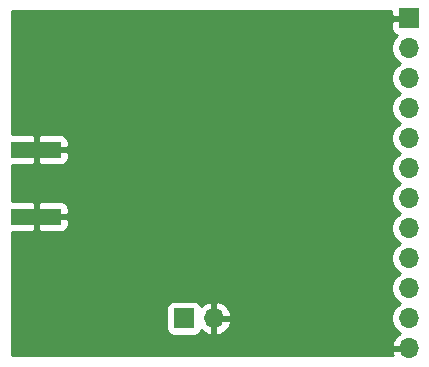
<source format=gbr>
G04 #@! TF.GenerationSoftware,KiCad,Pcbnew,(5.1.5)-3*
G04 #@! TF.CreationDate,2020-06-27T17:11:00-04:00*
G04 #@! TF.ProjectId,BreakoutSI4463PRORev2,42726561-6b6f-4757-9453-493434363350,rev?*
G04 #@! TF.SameCoordinates,Original*
G04 #@! TF.FileFunction,Copper,L2,Bot*
G04 #@! TF.FilePolarity,Positive*
%FSLAX46Y46*%
G04 Gerber Fmt 4.6, Leading zero omitted, Abs format (unit mm)*
G04 Created by KiCad (PCBNEW (5.1.5)-3) date 2020-06-27 17:11:00*
%MOMM*%
%LPD*%
G04 APERTURE LIST*
%ADD10O,1.700000X1.700000*%
%ADD11R,1.700000X1.700000*%
%ADD12R,4.200000X1.350000*%
%ADD13C,0.800000*%
%ADD14C,0.254000*%
G04 APERTURE END LIST*
D10*
X130810000Y-116840000D03*
D11*
X128270000Y-116840000D03*
D10*
X147320000Y-119380000D03*
X147320000Y-116840000D03*
X147320000Y-114300000D03*
X147320000Y-111760000D03*
X147320000Y-109220000D03*
X147320000Y-106680000D03*
X147320000Y-104140000D03*
X147320000Y-101600000D03*
X147320000Y-99060000D03*
X147320000Y-96520000D03*
X147320000Y-93980000D03*
D11*
X147320000Y-91440000D03*
D12*
X115770000Y-102585000D03*
X115770000Y-108235000D03*
D13*
X115570000Y-100330000D03*
X115570000Y-110490000D03*
X123190000Y-110490000D03*
D14*
G36*
X145835000Y-91154250D02*
G01*
X145993750Y-91313000D01*
X147193000Y-91313000D01*
X147193000Y-91293000D01*
X147447000Y-91293000D01*
X147447000Y-91313000D01*
X147467000Y-91313000D01*
X147467000Y-91567000D01*
X147447000Y-91567000D01*
X147447000Y-91587000D01*
X147193000Y-91587000D01*
X147193000Y-91567000D01*
X145993750Y-91567000D01*
X145835000Y-91725750D01*
X145831928Y-92290000D01*
X145844188Y-92414482D01*
X145880498Y-92534180D01*
X145939463Y-92644494D01*
X146018815Y-92741185D01*
X146115506Y-92820537D01*
X146225820Y-92879502D01*
X146298380Y-92901513D01*
X146166525Y-93033368D01*
X146004010Y-93276589D01*
X145892068Y-93546842D01*
X145835000Y-93833740D01*
X145835000Y-94126260D01*
X145892068Y-94413158D01*
X146004010Y-94683411D01*
X146166525Y-94926632D01*
X146373368Y-95133475D01*
X146547760Y-95250000D01*
X146373368Y-95366525D01*
X146166525Y-95573368D01*
X146004010Y-95816589D01*
X145892068Y-96086842D01*
X145835000Y-96373740D01*
X145835000Y-96666260D01*
X145892068Y-96953158D01*
X146004010Y-97223411D01*
X146166525Y-97466632D01*
X146373368Y-97673475D01*
X146547760Y-97790000D01*
X146373368Y-97906525D01*
X146166525Y-98113368D01*
X146004010Y-98356589D01*
X145892068Y-98626842D01*
X145835000Y-98913740D01*
X145835000Y-99206260D01*
X145892068Y-99493158D01*
X146004010Y-99763411D01*
X146166525Y-100006632D01*
X146373368Y-100213475D01*
X146547760Y-100330000D01*
X146373368Y-100446525D01*
X146166525Y-100653368D01*
X146004010Y-100896589D01*
X145892068Y-101166842D01*
X145835000Y-101453740D01*
X145835000Y-101746260D01*
X145892068Y-102033158D01*
X146004010Y-102303411D01*
X146166525Y-102546632D01*
X146373368Y-102753475D01*
X146547760Y-102870000D01*
X146373368Y-102986525D01*
X146166525Y-103193368D01*
X146004010Y-103436589D01*
X145892068Y-103706842D01*
X145835000Y-103993740D01*
X145835000Y-104286260D01*
X145892068Y-104573158D01*
X146004010Y-104843411D01*
X146166525Y-105086632D01*
X146373368Y-105293475D01*
X146547760Y-105410000D01*
X146373368Y-105526525D01*
X146166525Y-105733368D01*
X146004010Y-105976589D01*
X145892068Y-106246842D01*
X145835000Y-106533740D01*
X145835000Y-106826260D01*
X145892068Y-107113158D01*
X146004010Y-107383411D01*
X146166525Y-107626632D01*
X146373368Y-107833475D01*
X146547760Y-107950000D01*
X146373368Y-108066525D01*
X146166525Y-108273368D01*
X146004010Y-108516589D01*
X145892068Y-108786842D01*
X145835000Y-109073740D01*
X145835000Y-109366260D01*
X145892068Y-109653158D01*
X146004010Y-109923411D01*
X146166525Y-110166632D01*
X146373368Y-110373475D01*
X146547760Y-110490000D01*
X146373368Y-110606525D01*
X146166525Y-110813368D01*
X146004010Y-111056589D01*
X145892068Y-111326842D01*
X145835000Y-111613740D01*
X145835000Y-111906260D01*
X145892068Y-112193158D01*
X146004010Y-112463411D01*
X146166525Y-112706632D01*
X146373368Y-112913475D01*
X146547760Y-113030000D01*
X146373368Y-113146525D01*
X146166525Y-113353368D01*
X146004010Y-113596589D01*
X145892068Y-113866842D01*
X145835000Y-114153740D01*
X145835000Y-114446260D01*
X145892068Y-114733158D01*
X146004010Y-115003411D01*
X146166525Y-115246632D01*
X146373368Y-115453475D01*
X146547760Y-115570000D01*
X146373368Y-115686525D01*
X146166525Y-115893368D01*
X146004010Y-116136589D01*
X145892068Y-116406842D01*
X145835000Y-116693740D01*
X145835000Y-116986260D01*
X145892068Y-117273158D01*
X146004010Y-117543411D01*
X146166525Y-117786632D01*
X146373368Y-117993475D01*
X146555534Y-118115195D01*
X146438645Y-118184822D01*
X146222412Y-118379731D01*
X146048359Y-118613080D01*
X145923175Y-118875901D01*
X145878524Y-119023110D01*
X145999845Y-119253000D01*
X147193000Y-119253000D01*
X147193000Y-119233000D01*
X147447000Y-119233000D01*
X147447000Y-119253000D01*
X147467000Y-119253000D01*
X147467000Y-119507000D01*
X147447000Y-119507000D01*
X147447000Y-119527000D01*
X147193000Y-119527000D01*
X147193000Y-119507000D01*
X145999845Y-119507000D01*
X145878524Y-119736890D01*
X145923175Y-119884099D01*
X145973617Y-119990000D01*
X113690000Y-119990000D01*
X113690000Y-115990000D01*
X126781928Y-115990000D01*
X126781928Y-117690000D01*
X126794188Y-117814482D01*
X126830498Y-117934180D01*
X126889463Y-118044494D01*
X126968815Y-118141185D01*
X127065506Y-118220537D01*
X127175820Y-118279502D01*
X127295518Y-118315812D01*
X127420000Y-118328072D01*
X129120000Y-118328072D01*
X129244482Y-118315812D01*
X129364180Y-118279502D01*
X129474494Y-118220537D01*
X129571185Y-118141185D01*
X129650537Y-118044494D01*
X129709502Y-117934180D01*
X129733966Y-117853534D01*
X129809731Y-117937588D01*
X130043080Y-118111641D01*
X130305901Y-118236825D01*
X130453110Y-118281476D01*
X130683000Y-118160155D01*
X130683000Y-116967000D01*
X130937000Y-116967000D01*
X130937000Y-118160155D01*
X131166890Y-118281476D01*
X131314099Y-118236825D01*
X131576920Y-118111641D01*
X131810269Y-117937588D01*
X132005178Y-117721355D01*
X132154157Y-117471252D01*
X132251481Y-117196891D01*
X132130814Y-116967000D01*
X130937000Y-116967000D01*
X130683000Y-116967000D01*
X130663000Y-116967000D01*
X130663000Y-116713000D01*
X130683000Y-116713000D01*
X130683000Y-115519845D01*
X130937000Y-115519845D01*
X130937000Y-116713000D01*
X132130814Y-116713000D01*
X132251481Y-116483109D01*
X132154157Y-116208748D01*
X132005178Y-115958645D01*
X131810269Y-115742412D01*
X131576920Y-115568359D01*
X131314099Y-115443175D01*
X131166890Y-115398524D01*
X130937000Y-115519845D01*
X130683000Y-115519845D01*
X130453110Y-115398524D01*
X130305901Y-115443175D01*
X130043080Y-115568359D01*
X129809731Y-115742412D01*
X129733966Y-115826466D01*
X129709502Y-115745820D01*
X129650537Y-115635506D01*
X129571185Y-115538815D01*
X129474494Y-115459463D01*
X129364180Y-115400498D01*
X129244482Y-115364188D01*
X129120000Y-115351928D01*
X127420000Y-115351928D01*
X127295518Y-115364188D01*
X127175820Y-115400498D01*
X127065506Y-115459463D01*
X126968815Y-115538815D01*
X126889463Y-115635506D01*
X126830498Y-115745820D01*
X126794188Y-115865518D01*
X126781928Y-115990000D01*
X113690000Y-115990000D01*
X113690000Y-109548038D01*
X115484250Y-109545000D01*
X115643000Y-109386250D01*
X115643000Y-108362000D01*
X115897000Y-108362000D01*
X115897000Y-109386250D01*
X116055750Y-109545000D01*
X117870000Y-109548072D01*
X117994482Y-109535812D01*
X118114180Y-109499502D01*
X118224494Y-109440537D01*
X118321185Y-109361185D01*
X118400537Y-109264494D01*
X118459502Y-109154180D01*
X118495812Y-109034482D01*
X118508072Y-108910000D01*
X118505000Y-108520750D01*
X118346250Y-108362000D01*
X115897000Y-108362000D01*
X115643000Y-108362000D01*
X115623000Y-108362000D01*
X115623000Y-108108000D01*
X115643000Y-108108000D01*
X115643000Y-107083750D01*
X115897000Y-107083750D01*
X115897000Y-108108000D01*
X118346250Y-108108000D01*
X118505000Y-107949250D01*
X118508072Y-107560000D01*
X118495812Y-107435518D01*
X118459502Y-107315820D01*
X118400537Y-107205506D01*
X118321185Y-107108815D01*
X118224494Y-107029463D01*
X118114180Y-106970498D01*
X117994482Y-106934188D01*
X117870000Y-106921928D01*
X116055750Y-106925000D01*
X115897000Y-107083750D01*
X115643000Y-107083750D01*
X115484250Y-106925000D01*
X113690000Y-106921962D01*
X113690000Y-103898038D01*
X115484250Y-103895000D01*
X115643000Y-103736250D01*
X115643000Y-102712000D01*
X115897000Y-102712000D01*
X115897000Y-103736250D01*
X116055750Y-103895000D01*
X117870000Y-103898072D01*
X117994482Y-103885812D01*
X118114180Y-103849502D01*
X118224494Y-103790537D01*
X118321185Y-103711185D01*
X118400537Y-103614494D01*
X118459502Y-103504180D01*
X118495812Y-103384482D01*
X118508072Y-103260000D01*
X118505000Y-102870750D01*
X118346250Y-102712000D01*
X115897000Y-102712000D01*
X115643000Y-102712000D01*
X115623000Y-102712000D01*
X115623000Y-102458000D01*
X115643000Y-102458000D01*
X115643000Y-101433750D01*
X115897000Y-101433750D01*
X115897000Y-102458000D01*
X118346250Y-102458000D01*
X118505000Y-102299250D01*
X118508072Y-101910000D01*
X118495812Y-101785518D01*
X118459502Y-101665820D01*
X118400537Y-101555506D01*
X118321185Y-101458815D01*
X118224494Y-101379463D01*
X118114180Y-101320498D01*
X117994482Y-101284188D01*
X117870000Y-101271928D01*
X116055750Y-101275000D01*
X115897000Y-101433750D01*
X115643000Y-101433750D01*
X115484250Y-101275000D01*
X113690000Y-101271962D01*
X113690000Y-90830000D01*
X145833235Y-90830000D01*
X145835000Y-91154250D01*
G37*
X145835000Y-91154250D02*
X145993750Y-91313000D01*
X147193000Y-91313000D01*
X147193000Y-91293000D01*
X147447000Y-91293000D01*
X147447000Y-91313000D01*
X147467000Y-91313000D01*
X147467000Y-91567000D01*
X147447000Y-91567000D01*
X147447000Y-91587000D01*
X147193000Y-91587000D01*
X147193000Y-91567000D01*
X145993750Y-91567000D01*
X145835000Y-91725750D01*
X145831928Y-92290000D01*
X145844188Y-92414482D01*
X145880498Y-92534180D01*
X145939463Y-92644494D01*
X146018815Y-92741185D01*
X146115506Y-92820537D01*
X146225820Y-92879502D01*
X146298380Y-92901513D01*
X146166525Y-93033368D01*
X146004010Y-93276589D01*
X145892068Y-93546842D01*
X145835000Y-93833740D01*
X145835000Y-94126260D01*
X145892068Y-94413158D01*
X146004010Y-94683411D01*
X146166525Y-94926632D01*
X146373368Y-95133475D01*
X146547760Y-95250000D01*
X146373368Y-95366525D01*
X146166525Y-95573368D01*
X146004010Y-95816589D01*
X145892068Y-96086842D01*
X145835000Y-96373740D01*
X145835000Y-96666260D01*
X145892068Y-96953158D01*
X146004010Y-97223411D01*
X146166525Y-97466632D01*
X146373368Y-97673475D01*
X146547760Y-97790000D01*
X146373368Y-97906525D01*
X146166525Y-98113368D01*
X146004010Y-98356589D01*
X145892068Y-98626842D01*
X145835000Y-98913740D01*
X145835000Y-99206260D01*
X145892068Y-99493158D01*
X146004010Y-99763411D01*
X146166525Y-100006632D01*
X146373368Y-100213475D01*
X146547760Y-100330000D01*
X146373368Y-100446525D01*
X146166525Y-100653368D01*
X146004010Y-100896589D01*
X145892068Y-101166842D01*
X145835000Y-101453740D01*
X145835000Y-101746260D01*
X145892068Y-102033158D01*
X146004010Y-102303411D01*
X146166525Y-102546632D01*
X146373368Y-102753475D01*
X146547760Y-102870000D01*
X146373368Y-102986525D01*
X146166525Y-103193368D01*
X146004010Y-103436589D01*
X145892068Y-103706842D01*
X145835000Y-103993740D01*
X145835000Y-104286260D01*
X145892068Y-104573158D01*
X146004010Y-104843411D01*
X146166525Y-105086632D01*
X146373368Y-105293475D01*
X146547760Y-105410000D01*
X146373368Y-105526525D01*
X146166525Y-105733368D01*
X146004010Y-105976589D01*
X145892068Y-106246842D01*
X145835000Y-106533740D01*
X145835000Y-106826260D01*
X145892068Y-107113158D01*
X146004010Y-107383411D01*
X146166525Y-107626632D01*
X146373368Y-107833475D01*
X146547760Y-107950000D01*
X146373368Y-108066525D01*
X146166525Y-108273368D01*
X146004010Y-108516589D01*
X145892068Y-108786842D01*
X145835000Y-109073740D01*
X145835000Y-109366260D01*
X145892068Y-109653158D01*
X146004010Y-109923411D01*
X146166525Y-110166632D01*
X146373368Y-110373475D01*
X146547760Y-110490000D01*
X146373368Y-110606525D01*
X146166525Y-110813368D01*
X146004010Y-111056589D01*
X145892068Y-111326842D01*
X145835000Y-111613740D01*
X145835000Y-111906260D01*
X145892068Y-112193158D01*
X146004010Y-112463411D01*
X146166525Y-112706632D01*
X146373368Y-112913475D01*
X146547760Y-113030000D01*
X146373368Y-113146525D01*
X146166525Y-113353368D01*
X146004010Y-113596589D01*
X145892068Y-113866842D01*
X145835000Y-114153740D01*
X145835000Y-114446260D01*
X145892068Y-114733158D01*
X146004010Y-115003411D01*
X146166525Y-115246632D01*
X146373368Y-115453475D01*
X146547760Y-115570000D01*
X146373368Y-115686525D01*
X146166525Y-115893368D01*
X146004010Y-116136589D01*
X145892068Y-116406842D01*
X145835000Y-116693740D01*
X145835000Y-116986260D01*
X145892068Y-117273158D01*
X146004010Y-117543411D01*
X146166525Y-117786632D01*
X146373368Y-117993475D01*
X146555534Y-118115195D01*
X146438645Y-118184822D01*
X146222412Y-118379731D01*
X146048359Y-118613080D01*
X145923175Y-118875901D01*
X145878524Y-119023110D01*
X145999845Y-119253000D01*
X147193000Y-119253000D01*
X147193000Y-119233000D01*
X147447000Y-119233000D01*
X147447000Y-119253000D01*
X147467000Y-119253000D01*
X147467000Y-119507000D01*
X147447000Y-119507000D01*
X147447000Y-119527000D01*
X147193000Y-119527000D01*
X147193000Y-119507000D01*
X145999845Y-119507000D01*
X145878524Y-119736890D01*
X145923175Y-119884099D01*
X145973617Y-119990000D01*
X113690000Y-119990000D01*
X113690000Y-115990000D01*
X126781928Y-115990000D01*
X126781928Y-117690000D01*
X126794188Y-117814482D01*
X126830498Y-117934180D01*
X126889463Y-118044494D01*
X126968815Y-118141185D01*
X127065506Y-118220537D01*
X127175820Y-118279502D01*
X127295518Y-118315812D01*
X127420000Y-118328072D01*
X129120000Y-118328072D01*
X129244482Y-118315812D01*
X129364180Y-118279502D01*
X129474494Y-118220537D01*
X129571185Y-118141185D01*
X129650537Y-118044494D01*
X129709502Y-117934180D01*
X129733966Y-117853534D01*
X129809731Y-117937588D01*
X130043080Y-118111641D01*
X130305901Y-118236825D01*
X130453110Y-118281476D01*
X130683000Y-118160155D01*
X130683000Y-116967000D01*
X130937000Y-116967000D01*
X130937000Y-118160155D01*
X131166890Y-118281476D01*
X131314099Y-118236825D01*
X131576920Y-118111641D01*
X131810269Y-117937588D01*
X132005178Y-117721355D01*
X132154157Y-117471252D01*
X132251481Y-117196891D01*
X132130814Y-116967000D01*
X130937000Y-116967000D01*
X130683000Y-116967000D01*
X130663000Y-116967000D01*
X130663000Y-116713000D01*
X130683000Y-116713000D01*
X130683000Y-115519845D01*
X130937000Y-115519845D01*
X130937000Y-116713000D01*
X132130814Y-116713000D01*
X132251481Y-116483109D01*
X132154157Y-116208748D01*
X132005178Y-115958645D01*
X131810269Y-115742412D01*
X131576920Y-115568359D01*
X131314099Y-115443175D01*
X131166890Y-115398524D01*
X130937000Y-115519845D01*
X130683000Y-115519845D01*
X130453110Y-115398524D01*
X130305901Y-115443175D01*
X130043080Y-115568359D01*
X129809731Y-115742412D01*
X129733966Y-115826466D01*
X129709502Y-115745820D01*
X129650537Y-115635506D01*
X129571185Y-115538815D01*
X129474494Y-115459463D01*
X129364180Y-115400498D01*
X129244482Y-115364188D01*
X129120000Y-115351928D01*
X127420000Y-115351928D01*
X127295518Y-115364188D01*
X127175820Y-115400498D01*
X127065506Y-115459463D01*
X126968815Y-115538815D01*
X126889463Y-115635506D01*
X126830498Y-115745820D01*
X126794188Y-115865518D01*
X126781928Y-115990000D01*
X113690000Y-115990000D01*
X113690000Y-109548038D01*
X115484250Y-109545000D01*
X115643000Y-109386250D01*
X115643000Y-108362000D01*
X115897000Y-108362000D01*
X115897000Y-109386250D01*
X116055750Y-109545000D01*
X117870000Y-109548072D01*
X117994482Y-109535812D01*
X118114180Y-109499502D01*
X118224494Y-109440537D01*
X118321185Y-109361185D01*
X118400537Y-109264494D01*
X118459502Y-109154180D01*
X118495812Y-109034482D01*
X118508072Y-108910000D01*
X118505000Y-108520750D01*
X118346250Y-108362000D01*
X115897000Y-108362000D01*
X115643000Y-108362000D01*
X115623000Y-108362000D01*
X115623000Y-108108000D01*
X115643000Y-108108000D01*
X115643000Y-107083750D01*
X115897000Y-107083750D01*
X115897000Y-108108000D01*
X118346250Y-108108000D01*
X118505000Y-107949250D01*
X118508072Y-107560000D01*
X118495812Y-107435518D01*
X118459502Y-107315820D01*
X118400537Y-107205506D01*
X118321185Y-107108815D01*
X118224494Y-107029463D01*
X118114180Y-106970498D01*
X117994482Y-106934188D01*
X117870000Y-106921928D01*
X116055750Y-106925000D01*
X115897000Y-107083750D01*
X115643000Y-107083750D01*
X115484250Y-106925000D01*
X113690000Y-106921962D01*
X113690000Y-103898038D01*
X115484250Y-103895000D01*
X115643000Y-103736250D01*
X115643000Y-102712000D01*
X115897000Y-102712000D01*
X115897000Y-103736250D01*
X116055750Y-103895000D01*
X117870000Y-103898072D01*
X117994482Y-103885812D01*
X118114180Y-103849502D01*
X118224494Y-103790537D01*
X118321185Y-103711185D01*
X118400537Y-103614494D01*
X118459502Y-103504180D01*
X118495812Y-103384482D01*
X118508072Y-103260000D01*
X118505000Y-102870750D01*
X118346250Y-102712000D01*
X115897000Y-102712000D01*
X115643000Y-102712000D01*
X115623000Y-102712000D01*
X115623000Y-102458000D01*
X115643000Y-102458000D01*
X115643000Y-101433750D01*
X115897000Y-101433750D01*
X115897000Y-102458000D01*
X118346250Y-102458000D01*
X118505000Y-102299250D01*
X118508072Y-101910000D01*
X118495812Y-101785518D01*
X118459502Y-101665820D01*
X118400537Y-101555506D01*
X118321185Y-101458815D01*
X118224494Y-101379463D01*
X118114180Y-101320498D01*
X117994482Y-101284188D01*
X117870000Y-101271928D01*
X116055750Y-101275000D01*
X115897000Y-101433750D01*
X115643000Y-101433750D01*
X115484250Y-101275000D01*
X113690000Y-101271962D01*
X113690000Y-90830000D01*
X145833235Y-90830000D01*
X145835000Y-91154250D01*
M02*

</source>
